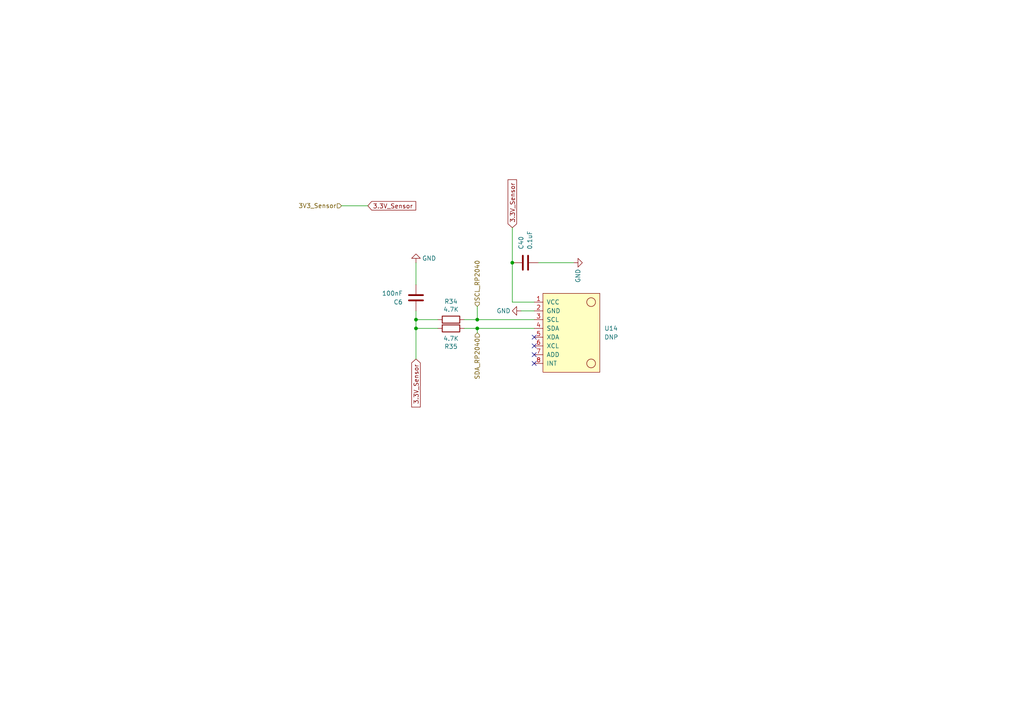
<source format=kicad_sch>
(kicad_sch (version 20231120) (generator "eeschema") (generator_version "8.0")
  (paper "A4")
  (lib_symbols
    (symbol "Device:C" (pin_numbers hide) (pin_names (offset 0.254))
      (property "Reference" "C" (at 0.635 2.54 0))
      (property "Value" "C" (at 0.635 -2.54 0))
      (symbol "C_0_1"
        (polyline (pts (xy -2.032 -0.762) (xy 2.032 -0.762)) (stroke (width 0.508)))
        (polyline (pts (xy -2.032 0.762) (xy 2.032 0.762)) (stroke (width 0.508)))
      )
      (symbol "C_1_1"
        (pin passive line (at 0 3.81 270) (length 2.794) (name "~") (number "1"))
        (pin passive line (at 0 -3.81 90) (length 2.794) (name "~") (number "2"))
      )
    )
    (symbol "Device:R" (pin_numbers hide) (pin_names (offset 0))
      (property "Reference" "R" (at 2.032 0 90))
      (property "Value" "R" (at 0 0 90))
      (symbol "R_0_1"
        (rectangle (start -1.016 -2.54) (end 1.016 2.54) (stroke (width 0.254)))
      )
      (symbol "R_1_1"
        (pin passive line (at 0 3.81 270) (length 1.27) (name "~") (number "1"))
        (pin passive line (at 0 -3.81 90) (length 1.27) (name "~") (number "2"))
      )
    )
    (symbol "SensorModule:module_mpu6050" (pin_names (offset 1.016))
      (property "Reference" "U" (at 2.54 21.59 0))
      (property "Value" "module_mpu6050" (at 11.43 -3.81 0))
      (symbol "module_mpu6050_0_1"
        (rectangle (start 2.54 20.32) (end 19.05 -2.54) (fill (type background)))
        (circle (center 16.51 0) (radius 1.27))
        (circle (center 16.51 17.78) (radius 1.27))
      )
      (symbol "module_mpu6050_1_1"
        (pin input line (at 0 17.78 0) (length 2.54) (name "VCC") (number "1"))
        (pin input line (at 0 15.24 0) (length 2.54) (name "GND") (number "2"))
        (pin input line (at 0 12.7 0) (length 2.54) (name "SCL") (number "3"))
        (pin input line (at 0 10.16 0) (length 2.54) (name "SDA") (number "4"))
        (pin input line (at 0 7.62 0) (length 2.54) (name "XDA") (number "5"))
        (pin input line (at 0 5.08 0) (length 2.54) (name "XCL") (number "6"))
        (pin input line (at 0 2.54 0) (length 2.54) (name "ADD") (number "7"))
        (pin input line (at 0 0 0) (length 2.54) (name "INT") (number "8"))
      )
    )
    (symbol "power:GND" (power) (pin_names (offset 0))
      (property "Value" "GND" (at 0 -3.81 0))
      (symbol "GND_0_1"
        (polyline (pts (xy 0 0) (xy 0 -1.27) (xy 1.27 -1.27) (xy 0 -2.54) (xy -1.27 -1.27) (xy 0 -1.27)))
      )
      (symbol "GND_1_1"
        (pin power_in line (at 0 0 270) (length 0) hide (name "GND") (number "1"))
      )
    )
  )
  (junction (at 148.59 76.2))
  (junction (at 138.43 92.71))
  (junction (at 138.43 95.25))
  (junction (at 120.65 95.25))
  (junction (at 120.65 92.71))
  (no_connect (at 154.94 100.33))
  (no_connect (at 154.94 102.87))
  (no_connect (at 154.94 105.41))
  (no_connect (at 154.94 97.79))
  (wire (pts (xy 120.65 104.14) (xy 120.65 95.25)))
  (wire (pts (xy 134.62 92.71) (xy 138.43 92.71)))
  (wire (pts (xy 151.13 90.17) (xy 154.94 90.17)))
  (wire (pts (xy 138.43 92.71) (xy 154.94 92.71)))
  (wire (pts (xy 120.65 92.71) (xy 120.65 90.17)))
  (wire (pts (xy 138.43 95.25) (xy 154.94 95.25)))
  (wire (pts (xy 134.62 95.25) (xy 138.43 95.25)))
  (wire (pts (xy 148.59 76.2) (xy 148.59 66.04)))
  (wire (pts (xy 120.65 95.25) (xy 120.65 92.71)))
  (wire (pts (xy 138.43 96.52) (xy 138.43 95.25)))
  (wire (pts (xy 120.65 82.55) (xy 120.65 76.2)))
  (wire (pts (xy 99.06 59.69) (xy 106.68 59.69)))
  (wire (pts (xy 138.43 92.71) (xy 138.43 88.9)))
  (wire (pts (xy 154.94 87.63) (xy 148.59 87.63)))
  (wire (pts (xy 127 92.71) (xy 120.65 92.71)))
  (wire (pts (xy 148.59 87.63) (xy 148.59 76.2)))
  (wire (pts (xy 166.37 76.2) (xy 156.21 76.2)))
  (wire (pts (xy 127 95.25) (xy 120.65 95.25)))
  (global_label "3.3V_Sensor" (shape input) (at 148.59 66.04 90) (property "Intersheetrefs" "${INTERSHEET_REFS}" (effects (hide yes))))
  (global_label "3.3V_Sensor" (shape input) (at 120.65 104.14 270) (property "Intersheetrefs" "${INTERSHEET_REFS}" (effects (hide yes))))
  (global_label "3.3V_Sensor" (shape input) (at 106.68 59.69 0) (property "Intersheetrefs" "${INTERSHEET_REFS}" (effects (hide yes))))
  (hierarchical_label "3V3_Sensor" (shape input) (at 99.06 59.69 180))
  (hierarchical_label "SCL_RP2040" (shape input) (at 138.43 88.9 90))
  (hierarchical_label "SDA_RP2040" (shape input) (at 138.43 96.52 270))
  (symbol (lib_id "power:GND") (at 166.37 76.2 90) (unit 1)
    (property "Reference" "#PWR055" (effects (hide yes)))
    (property "Value" "GND" (at 167.64 80.01 0))
  )
  (symbol (lib_id "Device:R") (at 130.81 95.25 90) (unit 1)
    (property "Reference" "R35" (at 130.81 100.5078 90))
    (property "Value" "4.7K" (at 130.81 98.1964 90))
    (property "Footprint" "Resistor_SMD:R_0603_1608Metric" (effects (hide yes)))
  )
  (symbol (lib_id "power:GND") (at 120.65 76.2 180) (unit 1)
    (property "Reference" "#PWR054" (effects (hide yes)))
    (property "Value" "GND" (at 124.46 74.93 0))
  )
  (symbol (lib_id "Device:R") (at 130.81 92.71 270) (unit 1)
    (property "Reference" "R34" (at 130.81 87.4522 90))
    (property "Value" "4.7K" (at 130.81 89.7636 90))
    (property "Footprint" "Resistor_SMD:R_0603_1608Metric" (effects (hide yes)))
  )
  (symbol (lib_id "Device:C") (at 152.4 76.2 90) (unit 1)
    (property "Reference" "C40" (at 151.1299 72.39 0) (effects (justify left)))
    (property "Value" "0.1uF" (at 153.6699 72.39 0) (effects (justify left)))
    (property "Footprint" "Capacitor_SMD:C_0603_1608Metric" (effects (hide yes)))
  )
  (symbol (lib_id "Device:C") (at 120.65 86.36 180) (unit 1)
    (property "Reference" "C6" (at 116.84 87.6301 0) (effects (justify left)))
    (property "Value" "100nF" (at 116.84 85.0901 0) (effects (justify left)))
    (property "Footprint" "Capacitor_SMD:C_0603_1608Metric" (effects (hide yes)))
  )
  (symbol (lib_id "power:GND") (at 151.13 90.17 270) (unit 1)
    (property "Reference" "#PWR018" (effects (hide yes)))
    (property "Value" "GND" (at 146.05 90.17 90))
  )
  (symbol (lib_id "SensorModule:module_mpu6050") (at 154.94 105.41 0) (unit 1)
    (property "Reference" "U14" (at 175.26 95.25 0) (effects (justify left)))
    (property "Value" "DNP" (at 175.26 97.79 0) (effects (justify left)))
    (property "Footprint" "Library:module_mpu6050" (effects (hide yes)))
    (instances (project "I2CDevice" (path "" (reference "U14") (unit 1))) (project "CamTracker_3566_V1.0" (path "" (reference "U9") (unit 1))))
  )
)
</source>
